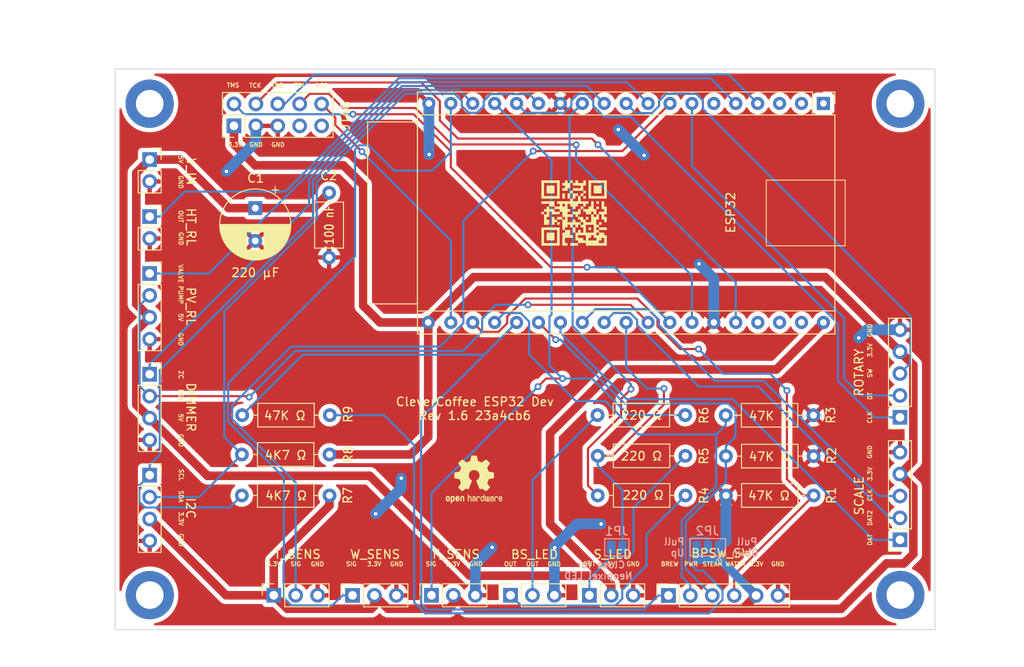
<source format=kicad_pcb>
(kicad_pcb (version 20221018) (generator pcbnew)
  (title_block (date "2023-12-26") (rev "1.6"))
  (layers (0 "F.Cu" signal) (31 "B.Cu" signal) (34 "B.Paste" user) (35 "F.Paste" user) (36 "B.SilkS" user "B.Silkscreen") (37 "F.SilkS" user "F.Silkscreen") (38 "B.Mask" user) (39 "F.Mask" user) (44 "Edge.Cuts" user))
  (net 0 "")
  (net 1 "IO16")
  (net 2 "+3V3")
  (net 3 "GND")
  (net 4 "TDO")
  (net 5 "IO2")
  (net 6 "IO34")
  (net 7 "ZC")
  (net 9 "IO19")
  (net 10 "RT_DT")
  (net 11 "VALVE")
  (net 12 "SDA")
  (net 13 "RT_SW")
  (net 14 "RT_CLK")
  (net 15 "SCL")
  (net 16 "IO36")
  (net 17 "RST")
  (net 18 "IO1")
  (net 19 "IO39")
  (net 20 "IO35")
  (net 21 "IO26")
  (net 22 "SC_DAT")
  (net 23 "TMS")
  (net 24 "TDI")
  (net 25 "TCK")
  (net 26 "+5V")
  (net 29 "IO23")
  (net 30 "SC_CLK")
  (net 31 "PUMP")
  (net 33 "SC_DAT2")
  (net 37 "Net-(JP1-A)")
  (net 40 "Net-(JP2-C)")
  (net 41 "Net-(BS_LED1-Pin_1)")
  (net 42 "Net-(BS_LED1-Pin_2)")
  (footprint "Connector_PinSocket_2.54mm:PinSocket_1x02_P2.54mm_Vertical" (layer "F.Cu") (at 103.8 92.09)
    (fp_text reference "HT_RL")
    (fp_text value "Conn_01x02")
  )
  (footprint "Connector_PinSocket_2.54mm:PinSocket_1x04_P2.54mm_Vertical" (layer "F.Cu") (at 103.8 98.69)
    (fp_text reference "PV_RL")
    (fp_text value "Conn_01x04")
  )
  (footprint "Capacitor_THT:C_Axial_L5.1mm_D3.1mm_P7.50mm_Horizontal" (layer "F.Cu") (at 124.59 89.33 -90)
    (fp_text reference "C2")
    (fp_text value "100 nF")
  )
  (footprint "MountingHole:MountingHole_3.2mm_M3_DIN965_Pad" (layer "F.Cu") (at 103.8 79)
    (fp_text reference "H1")
    (fp_text value "MountingHole_3.2mm_M3_DIN965_Pad")
  )
  (footprint "Resistor_THT:R_Axial_DIN0207_L6.3mm_D2.5mm_P10.16mm_Horizontal" (layer "F.Cu") (at 180.72 115.13 180)
    (fp_text reference "R3")
    (fp_text value "47K Ω")
  )
  (footprint "Connector_PinSocket_2.54mm:PinSocket_1x05_P2.54mm_Vertical" (layer "F.Cu") (at 190.75 129.575 180)
    (fp_text reference "SCALE")
    (fp_text value "Conn_01x05")
  )
  (footprint "MountingHole:MountingHole_3.2mm_M3_DIN965_Pad" (layer "F.Cu") (at 103.81 135.99)
    (fp_text reference "H4")
    (fp_text value "MountingHole_3.2mm_M3_DIN965_Pad")
  )
  (footprint "Resistor_THT:R_Axial_DIN0207_L6.3mm_D2.5mm_P10.16mm_Horizontal" (layer "F.Cu") (at 165.89 124.43 180)
    (fp_text reference "R4")
    (fp_text value "220 Ω")
  )
  (footprint "Resistor_THT:R_Axial_DIN0207_L6.3mm_D2.5mm_P10.16mm_Horizontal" (layer "F.Cu") (at 114.48 124.43)
    (fp_text reference "R7")
    (fp_text value "4K7 Ω")
  )
  (footprint "Resistor_THT:R_Axial_DIN0207_L6.3mm_D2.5mm_P10.16mm_Horizontal" (layer "F.Cu") (at 155.7 115.11)
    (fp_text reference "R6")
    (fp_text value "220 Ω")
  )
  (footprint "Connector_PinSocket_2.54mm:PinSocket_1x03_P2.54mm_Vertical" (layer "F.Cu") (at 118.18 136.01 90)
    (fp_text reference "T_SENS")
    (fp_text value "Conn_01x03")
  )
  (footprint "Connector_PinSocket_2.54mm:PinSocket_1x05_P2.54mm_Vertical" (layer "F.Cu") (at 190.75 115.375 180)
    (fp_text reference "ROTARY")
    (fp_text value "Conn_01x05")
  )
  (footprint "Connector_PinSocket_2.54mm:PinSocket_1x03_P2.54mm_Vertical" (layer "F.Cu") (at 136.46 136.01 90)
    (fp_text reference "F_SENS")
    (fp_text value "Conn_01x03")
  )
  (footprint "MountingHole:MountingHole_3.2mm_M3_DIN965_Pad" (layer "F.Cu") (at 190.79 135.98)
    (fp_text reference "H3")
    (fp_text value "MountingHole_3.2mm_M3_DIN965_Pad")
  )
  (footprint "Resistor_THT:R_Axial_DIN0207_L6.3mm_D2.5mm_P10.16mm_Horizontal" (layer "F.Cu") (at 165.88 119.84 180)
    (fp_text reference "R5")
    (fp_text value "220 Ω")
  )
  (footprint "Resistor_THT:R_Axial_DIN0207_L6.3mm_D2.5mm_P10.16mm_Horizontal" (layer "F.Cu") (at 124.68 115.12 180)
    (fp_text reference "R9")
    (fp_text value "47K Ω")
  )
  (footprint "Connector_PinSocket_2.54mm:PinSocket_1x03_P2.54mm_Vertical" (layer "F.Cu") (at 127.31 136.02 90)
    (fp_text reference "W_SENS")
    (fp_text value "Conn_01x03")
  )
  (footprint "Connector_PinSocket_2.54mm:PinSocket_1x02_P2.54mm_Vertical" (layer "F.Cu") (at 103.8 85.48)
    (fp_text reference "V_IN")
    (fp_text value "Conn_01x02")
  )
  (footprint "Connector_PinSocket_2.54mm:PinSocket_1x06_P2.54mm_Vertical" (layer "F.Cu") (at 163.92 136.03 90)
    (fp_text reference "BPSW_SW")
    (fp_text value "Conn_01x06")
  )
  (footprint "Connector_PinSocket_2.54mm:PinSocket_1x03_P2.54mm_Vertical" (layer "F.Cu") (at 154.755 136.015 90)
    (fp_text reference "S_LED")
    (fp_text value "Conn_01x03")
  )
  (footprint "Module:NodeMCU DevKitC v4" (layer "F.Cu") (at 181.88 78.9675 -90)
    (fp_text reference "ESP32")
    (fp_text value "NodeMCU_DevKitC_v4")
  )
  (footprint "MountingHole:MountingHole_3.2mm_M3_DIN965_Pad" (layer "F.Cu") (at 190.79 79)
    (fp_text reference "H2")
    (fp_text value "MountingHole_3.2mm_M3_DIN965_Pad")
  )
  (footprint "Resistor_THT:R_Axial_DIN0207_L6.3mm_D2.5mm_P10.16mm_Horizontal" (layer "F.Cu") (at 170.59 124.43)
    (fp_text reference "R1")
    (fp_text value "47K Ω")
  )
  (footprint "LOGO" (layer "F.Cu") (at 152.98 91.67)
    (fp_text reference "G***" hide)
    (fp_text value "LOGO" hide)
  )
  (footprint "Resistor_THT:R_Axial_DIN0207_L6.3mm_D2.5mm_P10.16mm_Horizontal" (layer "F.Cu") (at 180.74 119.87 180)
    (fp_text reference "R2")
    (fp_text value "47K Ω")
  )
  (footprint "Connector_PinSocket_2.54mm:PinSocket_1x03_P2.54mm_Vertical" (layer "F.Cu") (at 145.62 136.01 90)
    (fp_text reference "BS_LED")
    (fp_text value "Conn_01x02")
  )
  (footprint "Connector_PinSocket_2.54mm:PinSocket_1x04_P2.54mm_Vertical" (layer "F.Cu") (at 103.8 110.38)
    (fp_text reference "DIMMER")
    (fp_text value "Conn_01x04")
  )
  (footprint "Capacitor_THT:CP_Radial_D8.0mm_P3.80mm" (layer "F.Cu") (at 116.04 91.1073 -90)
    (fp_text reference "C1")
    (fp_text value "220 μF")
  )
  (footprint "Connector_PinHeader_2.54mm:PinHeader_2x05_P2.54mm_Vertical" (layer "F.Cu") (at 113.565 81.565 90)
    (fp_text reference "JTAG")
    (fp_text value "Conn_ARM_JTAG_SWD_10")
  )
  (footprint "Connector_PinSocket_2.54mm:PinSocket_1x04_P2.54mm_Vertical" (layer "F.Cu") (at 103.8 122.08)
    (fp_text reference "I2C")
    (fp_text value "Conn_01x04")
  )
  (footprint "Symbol:OSHW-Logo2_7.3x6mm_SilkScreen" (layer "F.Cu") (at 141.4 122.57)
    (fp_text reference "REF**" hide)
    (fp_text value "OSHW-Logo2_7.3x6mm_SilkScreen" hide)
  )
  (footprint "Resistor_THT:R_Axial_DIN0207_L6.3mm_D2.5mm_P10.16mm_Horizontal" (layer "F.Cu") (at 114.48 119.68)
    (fp_text reference "R8")
    (fp_text value "4K7 Ω")
  )
  (footprint "Jumper:SolderJumper-2_P1.3mm_Open_Pad1.0x1.5mm" (layer "B.Cu") (at 157.94 130.455)
    (fp_text reference "JP1")
    (fp_text value "SolderJumper_2_Open")
  )
  (footprint "Jumper:SolderJumper-3_P1.3mm_Open_Pad1.0x1.5mm" (layer "B.Cu") (at 168.49 130.44 180)
    (fp_text reference "JP2")
    (fp_text value "SolderJumper_3_Open")
  )
  (gr_rect (start 99.8 74.99) (end 194.8 140) (stroke (width 0.1)) (fill none) (layer "Edge.Cuts"))
  (gr_text "Pull \nDown" (at 171.14 131.56) (layer "B.SilkS") (effects (font (size 0.8 0.8)) (justify right bottom mirror)))
  (gr_text "Pull\nUp" (at 165.86 131.56) (layer "B.SilkS") (effects (font (size 0.8 0.8)) (justify left bottom mirror)))
  (gr_text "Close for \nNeopixel LED" (at 155.79 134.23) (layer "B.SilkS") (effects (font (size 0.8 0.8)) (justify bottom mirror)))
  (gr_text "RST" (at 123.69 76.91) (layer "F.SilkS") (effects (font (size 0.5 0.5) (thickness 0.1))))
  (gr_text "GND" (at 150.68 132.39) (layer "F.SilkS") (effects (font (size 0.5 0.5) (thickness 0.1))))
  (gr_text "PUMP" (at 107.4 101.17 270) (layer "F.SilkS") (effects (font (size 0.5 0.5) (thickness 0.1))))
  (gr_text "3.3V\n" (at 174.1 132.38) (layer "F.SilkS") (effects (font (size 0.5 0.5) (thickness 0.1))))
  (gr_text "3.3V" (at 187.275 121.95 90) (layer "F.SilkS") (effects (font (size 0.5 0.5) (thickness 0.1))))
  (gr_text "GND" (at 187.25 119.4 90) (layer "F.SilkS") (effects (font (size 0.5 0.5) (thickness 0.1))))
  (gr_text "GND" (at 187.275 105.3 90) (layer "F.SilkS") (effects (font (size 0.5 0.5) (thickness 0.1))))
  (gr_text "5V" (at 107.4 115.4 270) (layer "F.SilkS") (effects (font (size 0.5 0.5) (thickness 0.1))))
  (gr_text "SIG" (at 136.41 132.38) (layer "F.SilkS") (effects (font (size 0.5 0.5) (thickness 0.1))))
  (gr_text "3.3V\n" (at 118.17 132.38) (layer "F.SilkS") (effects (font (size 0.5 0.5) (thickness 0.1))))
  (gr_text "GND" (at 107.4 88.08 270) (layer "F.SilkS") (effects (font (size 0.5 0.5) (thickness 0.1))))
  (gr_text "ZC" (at 107.425 110.425 270) (layer "F.SilkS") (effects (font (size 0.5 0.5) (thickness 0.1))))
  (gr_text "CleverCoffee ESP32 Dev\nRev 1.6 23a4cb6\n" (at 141.48 114.37) (layer "F.SilkS") (effects (font (size 1 1))))
  (gr_text "OUT" (at 154.75 132.39) (layer "F.SilkS") (effects (font (size 0.5 0.5) (thickness 0.1))))
  (gr_text "3.3V\n" (at 187.275 107.595 90) (layer "F.SilkS") (effects (font (size 0.5 0.5) (thickness 0.1))))
  (gr_text "SW" (at 187.275 110.245 90) (layer "F.SilkS") (effects (font (size 0.5 0.5) (thickness 0.1))))
  (gr_text "CLK" (at 187.25 115.375 90) (layer "F.SilkS") (effects (font (size 0.5 0.5) (thickness 0.1))))
  (gr_text "DAT2" (at 187.275 127.05 90) (layer "F.SilkS") (effects (font (size 0.5 0.5) (thickness 0.1))))
  (gr_text "WATER" (at 171.68 132.39) (layer "F.SilkS") (effects (font (size 0.5 0.5) (thickness 0.1))))
  (gr_text "GND" (at 107.4 106.325 270) (layer "F.SilkS") (effects (font (size 0.5 0.5) (thickness 0.1))))
  (gr_text "3.3V\n" (at 129.83 132.38) (layer "F.SilkS") (effects (font (size 0.5 0.5) (thickness 0.1))))
  (gr_text "TCK" (at 116.04 76.89) (layer "F.SilkS") (effects (font (size 0.5 0.5) (thickness 0.1))))
  (gr_text "SIG" (at 120.72 132.38) (layer "F.SilkS") (effects (font (size 0.5 0.5) (thickness 0.1))))
  (gr_text "5V" (at 157.29 132.39) (layer "F.SilkS") (effects (font (size 0.5 0.5) (thickness 0.1))))
  (gr_text "SCL\n" (at 107.45 122.05 -90) (layer "F.SilkS") (effects (font (size 0.5 0.5) (thickness 0.1))))
  (gr_text "DT" (at 187.275 112.9 90) (layer "F.SilkS") (effects (font (size 0.5 0.5) (thickness 0.1))))
  (gr_text "GND" (at 159.82 132.38) (layer "F.SilkS") (effects (font (size 0.5 0.5) (thickness 0.1))))
  (gr_text "GND" (at 107.435 129.6 -90) (layer "F.SilkS") (effects (font (size 0.5 0.5) (thickness 0.1))))
  (gr_text "CLK" (at 187.275 124.4 90) (layer "F.SilkS") (effects (font (size 0.5 0.5) (thickness 0.1))))
  (gr_text "BREW" (at 164.07 132.38) (layer "F.SilkS") (effects (font (size 0.5 0.5) (thickness 0.1))))
  (gr_text "GND" (at 132.425 132.38) (layer "F.SilkS") (effects (font (size 0.5 0.5) (thickness 0.1))))
  (gr_text "STEAM" (at 169.035 132.395) (layer "F.SilkS") (effects (font (size 0.5 0.5) (thickness 0.1))))
  (gr_text "3.3V" (at 107.435 127.125 270) (layer "F.SilkS") (effects (font (size 0.5 0.5) (thickness 0.1))))
  (gr_text "GND" (at 176.6 132.38) (layer "F.SilkS") (effects (font (size 0.5 0.5) (thickness 0.1))))
  (gr_text "TDI" (at 121.13 76.89) (layer "F.SilkS") (effects (font (size 0.5 0.5) (thickness 0.1))))
  (gr_text "SDA" (at 107.425 124.55 -90) (layer "F.SilkS") (effects (font (size 0.5 0.5) (thickness 0.1))))
  (gr_text "VALVE" (at 107.4 98.725 270) (layer "F.SilkS") (effects (font (size 0.5 0.5) (thickness 0.1))))
  (gr_text "OUT" (at 107.4 92.08 270) (layer "F.SilkS") (effects (font (size 0.5 0.5) (thickness 0.1))))
  (gr_text "GND" (at 107.425 118.05 270) (layer "F.SilkS") (effects (font (size 0.5 0.5) (thickness 0.1))))
  (gr_text "PWR" (at 166.535 132.385) (layer "F.SilkS") (effects (font (size 0.5 0.5) (thickness 0.1))))
  (gr_text "DAT" (at 187.275 129.575 90) (layer "F.SilkS") (effects (font (size 0.5 0.5) (thickness 0.1))))
  (gr_text "GND" (at 141.62 132.36) (layer "F.SilkS") (effects (font (size 0.5 0.5) (thickness 0.1))))
  (gr_text "GND" (at 123.24 132.39) (layer "F.SilkS") (effects (font (size 0.5 0.5) (thickness 0.1))))
  (gr_text "GND" (at 107.425 94.65 270) (layer "F.SilkS") (effects (font (size 0.5 0.5) (thickness 0.1))))
  (gr_text "PSM" (at 107.4 112.875 270) (layer "F.SilkS") (effects (font (size 0.5 0.5) (thickness 0.1))))
  (gr_text "TDO" (at 118.62 76.89) (layer "F.SilkS") (effects (font (size 0.5 0.5) (thickness 0.1))))
  (gr_text "TMS" (at 113.46 76.86) (layer "F.SilkS") (effects (font (size 0.5 0.5) (thickness 0.1))))
  (gr_text "3.3V\n" (at 138.96 132.39) (layer "F.SilkS") (effects (font (size 0.5 0.5) (thickness 0.1))))
  (gr_text "SIG" (at 127.17 132.38) (layer "F.SilkS") (effects (font (size 0.5 0.5) (thickness 0.1))))
  (gr_text "5V" (at 107.4 103.775 270) (layer "F.SilkS") (effects (font (size 0.5 0.5) (thickness 0.1))))
  (gr_text "GND" (at 118.67 83.75) (layer "F.SilkS") (effects (font (size 0.5 0.5) (thickness 0.1))))
  (gr_text "OUT" (at 145.6 132.38) (layer "F.SilkS") (effects (font (size 0.5 0.5) (thickness 0.1))))
  (gr_text "3.3V\n" (at 113.69 83.75) (layer "F.SilkS") (effects (font (size 0.5 0.5) (thickness 0.1))))
  (gr_text "GND" (at 116.13 83.75) (layer "F.SilkS") (effects (font (size 0.5 0.5) (thickness 0.1))))
  (gr_text "5V" (at 107.4 85.46 270) (layer "F.SilkS") (effects (font (size 0.5 0.5) (thickness 0.1))))
  (gr_text "OUT" (at 148.15 132.38) (layer "F.SilkS") (effects (font (size 0.5 0.5) (thickness 0.1))))
  (segment (start 164.1 78.9675) (end 158.5752 84.4923) (width 0.25) (layer "F.Cu") (net 1))
  (segment (start 158.5752 84.4923) (end 148.2447 84.4923) (width 0.25) (layer "F.Cu") (net 1))
  (via (at 148.2447 84.4923) (size 0.8) (drill 0.4) (layers "F.Cu" "B.Cu") (net 1))
  (segment (start 120.72 122.9337) (end 120.72 136.01) (width 0.25) (layer "B.Cu") (net 1))
  (segment (start 140.1486 104.4584) (end 137.453 107.154) (width 0.25) (layer "B.Cu") (net 1))
  (segment (start 148.2447 84.4923) (end 140.1486 92.5884) (width 0.25) (layer "B.Cu") (net 1))
  (segment (start 113.3581 113.9766) (end 113.3581 115.5718) (width 0.25) (layer "B.Cu") (net 1))
  (segment (start 120.1807 107.154) (end 113.3581 113.9766) (width 0.25) (layer "B.Cu") (net 1))
  (segment (start 140.1486 92.5884) (end 140.1486 104.4584) (width 0.25) (layer "B.Cu") (net 1))
  (segment (start 113.3581 115.5718) (end 120.72 122.9337) (width 0.25) (layer "B.Cu") (net 1))
  (segment (start 137.453 107.154) (end 120.1807 107.154) (width 0.25) (layer "B.Cu") (net 1))
  (segment (start 189.19 132.32) (end 183.93 137.58) (width 1) (layer "F.Cu") (net 2))
  (segment (start 139.608 100.84) (end 139.61 100.84) (width 1) (layer "F.Cu") (net 2))
  (segment (start 183.93 137.58) (end 172.53 137.58) (width 1) (layer "F.Cu") (net 2))
  (segment (start 136.48 103.968) (end 136.4795 103.968) (width 1) (layer "F.Cu") (net 2))
  (segment (start 112.65 136.01) (end 103.8 127.16) (width 1) (layer "F.Cu") (net 2))
  (segment (start 116.025 86.15) (end 113.565 83.69) (width 1) (layer "F.Cu") (net 2))
  (segment (start 130.498392 104.368) (end 128.555 102.424608) (width 1) (layer "F.Cu") (net 2))
  (segment (start 192.3 123.505) (end 192.3 131.22) (width 1) (layer "F.Cu") (net 2))
  (segment (start 136.48 103.968) (end 136.08 104.368) (width 1) (layer "F.Cu") (net 2))
  (segment (start 113.565 83.69) (end 113.565 81.565) (width 1) (layer "F.Cu") (net 2))
  (segment (start 172.53 137.58) (end 174.08 136.03) (width 1) (layer "F.Cu") (net 2))
  (segment (start 129.85 137.222) (end 129.85 136.02) (width 1) (layer "F.Cu") (net 2))
  (segment (start 129.85 136.02) (end 131.4 137.57) (width 1) (layer "F.Cu") (net 2))
  (segment (start 136.08 104.368) (end 130.498392 104.368) (width 1) (layer "F.Cu") (net 2))
  (segment (start 139 136.01) (end 140.57 137.58) (width 1) (layer "F.Cu") (net 2))
  (segment (start 118.18 136.01) (end 119.74 137.57) (width 1) (layer "F.Cu") (net 2))
  (segment (start 192.3 109.305) (end 192.3 120.405) (width 1) (layer "F.Cu") (net 2))
  (segment (start 190.75 121.955) (end 192.3 123.505) (width 1) (layer "F.Cu") (net 2))
  (segment (start 192.3 131.22) (end 191.2 132.32) (width 1) (layer "F.Cu") (net 2))
  (segment (start 192.3 120.405) (end 190.75 121.955) (width 1) (layer "F.Cu") (net 2))
  (segment (start 139 137.02) (end 139 136.01) (width 1) (layer "F.Cu") (net 2))
  (segment (start 139.61 100.84) (end 141.34 99.11) (width 1) (layer "F.Cu") (net 2))
  (segment (start 128.555 102.424608) (end 128.555 88.45) (width 1) (layer "F.Cu") (net 2))
  (segment (start 182.105 99.11) (end 190.75 107.755) (width 1) (layer "F.Cu") (net 2))
  (segment (start 138.45 137.57) (end 139 137.02) (width 1) (layer "F.Cu") (net 2))
  (segment (start 126.255 86.15) (end 116.025 86.15) (width 1) (layer "F.Cu") (net 2))
  (segment (start 136.08 104.368) (end 136.48 103.968) (width 1) (layer "F.Cu") (net 2))
  (segment (start 124.64 125.6) (end 118.18 132.06) (width 1) (layer "F.Cu") (net 2))
  (segment (start 118.18 136.01) (end 112.65 136.01) (width 1) (layer "F.Cu") (net 2))
  (segment (start 119.74 137.57) (end 129.502 137.57) (width 1) (layer "F.Cu") (net 2))
  (segment (start 136.88 103.568) (end 136.48 103.968) (width 1) (layer "F.Cu") (net 2))
  (segment (start 124.64 124.43) (end 124.64 125.6) (width 1) (layer "F.Cu") (net 2))
  (segment (start 118.18 132.06) (end 118.18 136.01) (width 1) (layer "F.Cu") (net 2))
  (segment (start 136.4795 103.968) (end 136.08 104.3675) (width 1) (layer "F.Cu") (net 2))
  (segment (start 128.555 88.45) (end 126.255 86.15) (width 1) (layer "F.Cu") (net 2))
  (segment (start 131.4 137.57) (end 138.45 137.57) (width 1) (layer "F.Cu") (net 2))
  (segment (start 191.2 132.32) (end 189.19 132.32) (width 1) (layer "F.Cu") (net 2))
  (segment (start 141.34 99.11) (end 182.105 99.11) (width 1) (layer "F.Cu") (net 2))
  (segment (start 190.75 107.755) (end 192.3 109.305) (width 1) (layer "F.Cu") (net 2))
  (segment (start 136.08 104.368) (end 136.08 117.65) (width 1) (layer "F.Cu") (net 2))
  (segment (start 140.57 137.58) (end 172.53 137.58) (width 1) (layer "F.Cu") (net 2))
  (segment (start 134.05 119.68) (end 124.64 119.68) (width 1) (layer "F.Cu") (net 2))
  (segment (start 136.08 117.65) (end 134.05 119.68) (width 1) (layer "F.Cu") (net 2))
  (segment (start 136.48 103.968) (end 139.608 100.84) (width 1) (layer "F.Cu") (net 2))
  (segment (start 129.502 137.57) (end 129.85 137.222) (width 1) (layer "F.Cu") (net 2))
  (segment (start 169.9403 131.8903) (end 174.08 136.03) (width 1) (layer "B.Cu") (net 2))
  (segment (start 167.19 131.8903) (end 169.9403 131.8903) (width 1) (layer "B.Cu") (net 2))
  (segment (start 167.19 130.44) (end 167.19 131.8903) (width 1) (layer "B.Cu") (net 2))
  (via (at 112.7 86.85) (size 0.8) (drill 0.4) (layers "F.Cu" "B.Cu") (net 3))
  (via (at 136.19 84.89) (size 0.8) (drill 0.4) (layers "F.Cu" "B.Cu") (net 3))
  (via (at 132.95 122.43) (size 0.8) (drill 0.4) (layers "F.Cu" "B.Cu") (net 3))
  (via (at 161.11 84.99) (size 0.8) (drill 0.4) (layers "F.Cu" "B.Cu") (net 3))
  (via (at 143.49 130.45) (size 0.8) (drill 0.4) (layers "F.Cu" "B.Cu") (net 3))
  (via (at 167.46 97.57) (size 0.8) (drill 0.4) (layers "F.Cu" "B.Cu") (net 3))
  (via (at 156.11 127.74) (size 0.8) (drill 0.4) (layers "F.Cu" "B.Cu") (net 3))
  (via (at 158.11 81.99) (size 0.8) (drill 0.4) (layers "F.Cu" "B.Cu") (net 3))
  (via (at 150.74 130.49) (size 0.8) (drill 0.4) (layers "F.Cu" "B.Cu") (net 3))
  (via (at 129.98 126.56) (size 0.8) (drill 0.4) (layers "F.Cu" "B.Cu") (net 3))
  (via (at 185.97 106.17) (size 0.8) (drill 0.4) (layers "F.Cu" "B.Cu") (net 3))
  (segment (start 132.95 122.43) (end 132.95 123.59) (width 1.25) (layer "B.Cu") (net 3))
  (segment (start 136.16 84.86) (end 136.19 84.89) (width 1.25) (layer "B.Cu") (net 3))
  (segment (start 116.105 83.445) (end 112.7 86.85) (width 1.25) (layer "B.Cu") (net 3))
  (segment (start 150.74 130.49) (end 150.7 130.45) (width 1.25) (layer "B.Cu") (net 3))
  (segment (start 190.75 105.215) (end 186.925 105.215) (width 1.25) (layer "B.Cu") (net 3))
  (segment (start 150.7 130.45) (end 150.7 130.36) (width 1.25) (layer "B.Cu") (net 3))
  (segment (start 158.11 81.99) (end 161.11 84.99) (width 1.25) (layer "B.Cu") (net 3))
  (segment (start 169.18 99.29) (end 169.18 104.3675) (width 1.25) (layer "B.Cu") (net 3))
  (segment (start 170.59 129.64) (end 170.1572 130.0728) (width 1.25) (layer "B.Cu") (net 3))
  (segment (start 170.59 124.43) (end 170.59 129.64) (width 1.25) (layer "B.Cu") (net 3))
  (segment (start 141.54 136.01) (end 141.54 132.4) (width 1.25) (layer "B.Cu") (net 3))
  (segment (start 116.105 81.565) (end 116.105 83.445) (width 1.25) (layer "B.Cu") (net 3))
  (segment (start 150.7 130.36) (end 153.32 127.74) (width 1.25) (layer "B.Cu") (net 3))
  (segment (start 136.16 78.9675) (end 136.16 84.86) (width 1.25) (layer "B.Cu") (net 3))
  (segment (start 186.925 105.215) (end 185.97 106.17) (width 1.25) (layer "B.Cu") (net 3))
  (segment (start 150.7 130.53) (end 150.74 130.49) (width 1.25) (layer "B.Cu") (net 3))
  (segment (start 170.1572 130.0728) (end 169.79 130.44) (width 0.9998) (layer "B.Cu") (net 3))
  (segment (start 150.7 136.01) (end 150.7 130.53) (width 1.25) (layer "B.Cu") (net 3))
  (segment (start 132.95 123.59) (end 129.98 126.56) (width 1.25) (layer "B.Cu") (net 3))
  (segment (start 153.32 127.74) (end 156.11 127.74) (width 1.25) (layer "B.Cu") (net 3))
  (segment (start 167.46 97.57) (end 169.18 99.29) (width 1.25) (layer "B.Cu") (net 3))
  (segment (start 141.54 132.4) (end 143.49 130.45) (width 1.25) (layer "B.Cu") (net 3))
  (segment (start 118.645 79.025) (end 119.453 79.025) (width 0.25) (layer "B.Cu") (net 4))
  (segment (start 119.453 79.025) (end 122.8826 75.5954) (width 0.25) (layer "B.Cu") (net 4))
  (segment (start 122.8826 75.5954) (end 170.8879 75.5954) (width 0.25) (layer "B.Cu") (net 4))
  (segment (start 170.8879 75.5954) (end 174.26 78.9675) (width 0.25) (layer "B.Cu") (net 4))
  (segment (start 119.5169 89.1954) (end 107.8699 89.1954) (width 0.25) (layer "B.Cu") (net 5))
  (segment (start 103.8 92.09) (end 104.9753 92.09) (width 0.25) (layer "B.Cu") (net 5))
  (segment (start 132.6666 76.0457) (end 119.5169 89.1954) (width 0.25) (layer "B.Cu") (net 5))
  (segment (start 171.72 78.9675) (end 168.7982 76.0457) (width 0.25) (layer "B.Cu") (net 5))
  (segment (start 107.8699 89.1954) (end 104.9753 92.09) (width 0.25) (layer "B.Cu") (net 5))
  (segment (start 168.7982 76.0457) (end 132.6666 76.0457) (width 0.25) (layer "B.Cu") (net 5))
  (segment (start 135.9096 137.6557) (end 135.2608 137.0069) (width 0.25) (layer "B.Cu") (net 6))
  (segment (start 135.2608 115.4267) (end 143.13375 107.55375) (width 0.25) (layer "B.Cu") (net 6))
  (segment (start 143.13375 107.55375) (end 142.5751 108.1124) (width 0.25) (layer "B.Cu") (net 6))
  (segment (start 146.32 104.3675) (end 146.0224 104.3675) (width 0.25) (layer "B.Cu") (net 6))
  (segment (start 142.5751 108.1124) (end 121.5276 108.1124) (width 0.25) (layer "B.Cu") (net 6))
  (segment (start 162.7447 136.03) (end 161.119 137.6557) (width 0.25) (layer "B.Cu") (net 6))
  (segment (start 146.32 104.3675) (end 143.13375 107.55375) (width 0.25) (layer "B.Cu") (net 6))
  (segment (start 163.92 136.03) (end 162.7447 136.03) (width 0.25) (layer "B.Cu") (net 6))
  (segment (start 121.5276 108.1124) (end 114.52 115.12) (width 0.25) (layer "B.Cu") (net 6))
  (segment (start 135.2608 137.0069) (end 135.2608 115.4267) (width 0.25) (layer "B.Cu") (net 6))
  (segment (start 161.119 137.6557) (end 135.9096 137.6557) (width 0.25) (layer "B.Cu") (net 6))
  (segment (start 154.4588 76.9463) (end 133.0431 76.9463) (width 0.25) (layer "B.Cu") (net 7))
  (segment (start 133.0431 76.9463) (end 122.2705 87.7189) (width 0.25) (layer "B.Cu") (net 7))
  (segment (start 122.2705 87.7189) (end 122.2705 90.7342) (width 0.25) (layer "B.Cu") (net 7))
  (segment (start 156.48 78.9675) (end 154.4588 76.9463) (width 0.25) (layer "B.Cu") (net 7))
  (segment (start 103.8 110.38) (end 103.8 109.2047) (width 0.25) (layer "B.Cu") (net 7))
  (segment (start 122.2705 90.7342) (end 103.8 109.2047) (width 0.25) (layer "B.Cu") (net 7))
  (segment (start 154.595 123.295) (end 154.595 118.985) (width 0.25) (layer "F.Cu") (net 9))
  (segment (start 155.73 124.43) (end 154.595 123.295) (width 0.25) (layer "F.Cu") (net 9))
  (segment (start 158.43 115.15) (end 158.43 113.24) (width 0.25) (layer "F.Cu") (net 9))
  (segment (start 154.595 118.985) (end 158.43 115.15) (width 0.25) (layer "F.Cu") (net 9))
  (segment (start 159.57 112.1) (end 159.58 112.1) (width 0.25) (layer "F.Cu") (net 9))
  (segment (start 158.43 113.24) (end 159.57 112.1) (width 0.25) (layer "F.Cu") (net 9))
  (segment (start 159.58 112.1) (end 159.58 112.09) (width 0.25) (layer "F.Cu") (net 9))
  (segment (start 159.58 112.09) (end 159.52 112.15) (width 0.25) (layer "F.Cu") (net 9))
  (via (at 159.58 112.1) (size 0.8) (drill 0.4) (layers "F.Cu" "B.Cu") (net 9))
  (segment (start 152.8155 89.6214) (end 152.8155 104.7822) (width 0.25) (layer "B.Cu") (net 9))
  (segment (start 152.4694 89.2753) (end 152.8155 89.6214) (width 0.25) (layer "B.Cu") (net 9))
  (segment (start 152.8155 104.7822) (end 159.58 111.5467) (width 0.25) (layer "B.Cu") (net 9))
  (segment (start 152.4694 80.4381) (end 152.4694 89.2753) (width 0.25) (layer "B.Cu") (net 9))
  (segment (start 159.58 111.5467) (end 159.58 112.1) (width 0.25) (layer "B.Cu") (net 9))
  (segment (start 153.94 78.9675) (end 152.4694 80.4381) (width 0.25) (layer "B.Cu") (net 9))
  (segment (start 184.28 110.86) (end 184.28 103.87) (width 0.25) (layer "B.Cu") (net 10))
  (segment (start 184.28 103.87) (end 166.64 86.23) (width 0.25) (layer "B.Cu") (net 10))
  (segment (start 166.64 86.23) (end 166.64 78.9675) (width 0.25) (layer "B.Cu") (net 10))
  (segment (start 190.75 112.835) (end 186.255 112.835) (width 0.25) (layer "B.Cu") (net 10))
  (segment (start 186.255 112.835) (end 184.28 110.86) (width 0.25) (layer "B.Cu") (net 10))
  (segment (start 159.0885 76.496) (end 132.8565 76.496) (width 0.25) (layer "B.Cu") (net 11))
  (segment (start 161.56 78.9675) (end 159.0885 76.496) (width 0.25) (layer "B.Cu") (net 11))
  (segment (start 132.8565 76.496) (end 110.6625 98.69) (width 0.25) (layer "B.Cu") (net 11))
  (segment (start 110.6625 98.69) (end 103.8 98.69) (width 0.25) (layer "B.Cu") (net 11))
  (segment (start 109.54 124.62) (end 114.48 119.68) (width 0.25) (layer "B.Cu") (net 12))
  (segment (start 112.4462 117.6462) (end 114.48 119.68) (width 0.25) (layer "B.Cu") (net 12))
  (segment (start 139.1431 77.8469) (end 133.4163 77.8469) (width 0.25) (layer "B.Cu") (net 12))
  (segment (start 112.4462 103.065) (end 112.4462 117.6462) (width 0.25) (layer "B.Cu") (net 12))
  (segment (start 103.8 124.62) (end 109.54 124.62) (width 0.25) (layer "B.Cu") (net 12))
  (segment (start 140.7805 80.0549) (end 139.97 79.2444) (width 0.25) (layer "B.Cu") (net 12))
  (segment (start 147.7726 77.8801) (end 143.3205 77.8801) (width 0.25) (layer "B.Cu") (net 12))
  (segment (start 143.3205 77.8801) (end 142.51 78.6906) (width 0.25) (layer "B.Cu") (net 12))
  (segment (start 133.4163 77.8469) (end 123.1711 88.0921) (width 0.25) (layer "B.Cu") (net 12))
  (segment (start 123.1711 92.3401) (end 112.4462 103.065) (width 0.25) (layer "B.Cu") (net 12))
  (segment (start 139.97 78.6738) (end 139.1431 77.8469) (width 0.25) (layer "B.Cu") (net 12))
  (segment (start 142.51 78.6906) (end 142.51 79.2876) (width 0.25) (layer "B.Cu") (net 12))
  (segment (start 123.1711 88.0921) (end 123.1711 92.3401) (width 0.25) (layer "B.Cu") (net 12))
  (segment (start 142.51 79.2876) (end 141.7427 80.0549) (width 0.25) (layer "B.Cu") (net 12))
  (segment (start 141.7427 80.0549) (end 140.7805 80.0549) (width 0.25) (layer "B.Cu") (net 12))
  (segment (start 139.97 79.2444) (end 139.97 78.6738) (width 0.25) (layer "B.Cu") (net 12))
  (segment (start 148.86 78.9675) (end 147.7726 77.8801) (width 0.25) (layer "B.Cu") (net 12))
  (segment (start 162.83 79.2592) (end 162.0039 80.0853) (width 0.25) (layer "B.Cu") (net 13))
  (segment (start 191.9681 109.0769) (end 191.9681 103.6587) (width 0.25) (layer "B.Cu") (net 13))
  (segment (start 167.133 77.8558) (end 163.6651 77.8558) (width 0.25) (layer "B.Cu") (net 13))
  (segment (start 162.83 78.6909) (end 162.83 79.2592) (width 0.25) (layer "B.Cu") (net 13))
  (segment (start 163.6651 77.8558) (end 162.83 78.6909) (width 0.25) (layer "B.Cu") (net 13))
  (segment (start 162.0039 80.0853) (end 160.1378 80.0853) (width 0.25) (layer "B.Cu") (net 13))
  (segment (start 190.75 110.295) (end 191.9681 109.0769) (width 0.25) (layer "B.Cu") (net 13))
  (segment (start 160.1378 80.0853) (end 159.02 78.9675) (width 0.25) (layer "B.Cu") (net 13))
  (segment (start 167.91 78.6328) (end 167.133 77.8558) (width 0.25) (layer "B.Cu") (net 13))
  (segment (start 191.9681 103.6587) (end 167.91 79.6006) (width 0.25) (layer "B.Cu") (net 13))
  (segment (start 167.91 79.6006) (end 167.91 78.6328) (width 0.25) (layer "B.Cu") (net 13))
  (segment (start 156.4949 80.5356) (end 155.21 79.2507) (width 0.25) (layer "B.Cu") (net 14))
  (segment (start 155.21 78.6675) (end 154.4077 77.8652) (width 0.25) (layer "B.Cu") (net 14))
  (segment (start 187.775 115.375) (end 183.56 111.16) (width 0.25) (layer "B.Cu") (net 14))
  (segment (start 155.21 79.2507) (end 155.21 78.6675) (width 0.25) (layer "B.Cu") (net 14))
  (segment (start 154.4077 77.8652) (end 153.4528 77.8652) (width 0.25) (layer "B.Cu") (net 14))
  (segment (start 151.8595 80.0549) (end 147.4074 80.0549) (width 0.25) (layer "B.Cu") (net 14))
  (segment (start 190.75 115.375) (end 187.775 115.375) (width 0.25) (layer "B.Cu") (net 14))
  (segment (start 152.67 79.2444) (end 151.8595 80.0549) (width 0.25) (layer "B.Cu") (net 14))
  (segment (start 153.4528 77.8652) (end 152.67 78.648) (width 0.25) (layer "B.Cu") (net 14))
  (segment (start 152.67 78.648) (end 152.67 79.2444) (width 0.25) (layer "B.Cu") (net 14))
  (segment (start 147.4074 80.0549) (end 146.32 78.9675) (width 0.25) (layer "B.Cu") (net 14))
  (segment (start 183.56 104.5029) (end 159.5927 80.5356) (width 0.25) (layer "B.Cu") (net 14))
  (segment (start 183.56 111.16) (end 183.56 104.5029) (width 0.25) (layer "B.Cu") (net 14))
  (segment (start 159.5927 80.5356) (end 156.4949 80.5356) (width 0.25) (layer "B.Cu") (net 14))
  (segment (start 133.2297 77.3966) (end 122.7208 87.9055) (width 0.25) (layer "B.Cu") (net 15))
  (segment (start 139.6691 77.3966) (end 133.2297 77.3966) (width 0.25) (layer "B.Cu") (net 15))
  (segment (start 141.24 78.9675) (end 139.6691 77.3966) (width 0.25) (layer "B.Cu") (net 15))
  (segment (start 104.9753 119.7294) (end 103.8 120.9047) (width 0.25) (layer "B.Cu") (net 15))
  (segment (start 122.7208 87.9055) (end 122.7208 92.1535) (width 0.25) (layer "B.Cu") (net 15))
  (segment (start 103.8 122.08) (end 102.5983 123.2817) (width 0.25) (layer "B.Cu") (net 15))
  (segment (start 104.9753 109.899) (end 104.9753 119.7294) (width 0.25) (layer "B.Cu") (net 15))
  (segment (start 102.5983 125.1618) (end 103.2668 125.8303) (width 0.25) (layer "B.Cu") (net 15))
  (segment (start 102.5983 123.2817) (end 102.5983 125.1618) (width 0.25) (layer "B.Cu") (net 15))
  (segment (start 103.2668 125.8303) (end 113.0797 125.8303) (width 0.25) (layer "B.Cu") (net 15))
  (segment (start 122.7208 92.1535) (end 104.9753 109.899) (width 0.25) (layer "B.Cu") (net 15))
  (segment (start 103.8 122.08) (end 103.8 120.9047) (width 0.25) (layer "B.Cu") (net 15))
  (segment (start 113.0797 125.8303) (end 114.48 124.43) (width 0.25) (layer "B.Cu") (net 15))
  (segment (start 147.33 101.595) (end 160.324751 101.595) (width 0.25) (layer "F.Cu") (net 16))
  (segment (start 171.54 133.64) (end 171.54 134.72) (width 0.25) (layer "F.Cu") (net 16))
  (segment (start 145.233 103.692) (end 147.33 101.595) (width 0.25) (layer "F.Cu") (net 16))
  (segment (start 145.233 104.451751) (end 145.233 103.692) (width 0.25) (layer "F.Cu") (net 16))
  (segment (start 177.65 122.54) (end 177.65 112.27) (width 0.25) (layer "F.Cu") (net 16))
  (segment (start 165.279249 107.45) (end 167.4 107.45) (width 0.25) (layer "F.Cu") (net 16))
  (segment (start 162.647 103.917249) (end 162.647 104.817751) (width 0.25) (layer "F.Cu") (net 16))
  (segment (start 180.75 124.43) (end 179.54 124.43) (width 0.25) (layer "F.Cu") (net 16))
  (segment (start 179.54 124.43) (end 177.65 122.54) (width 0.25) (layer "F.Cu") (net 16))
  (segment (start 162.647 104.817751) (end 165.279249 107.45) (width 0.25) (layer "F.Cu") (net 16))
  (segment (start 144.230251 105.4545) (end 145.233 104.451751) (width 0.25) (layer "F.Cu") (net 16))
  (segment (start 180.75 124.43) (end 171.54 133.64) (width 0.25) (layer "F.Cu") (net 16))
  (segment (start 171.54 134.72) (end 171.54 136.03) (width 0.25) (layer "F.Cu") (net 16))
  (segment (start 142.327 105.4545) (end 144.230251 105.4545) (width 0.25) (layer "F.Cu") (net 16))
  (segment (start 167.4 107.45) (end 167.36 107.41) (width 0.25) (layer "F.Cu") (net 16))
  (segment (start 160.324751 101.595) (end 162.647 103.917249) (width 0.25) (layer "F.Cu") (net 16))
  (segment (start 141.24 104.3675) (end 142.327 105.4545) (width 0.25) (layer "F.Cu") (net 16))
  (via (at 167.4 107.45) (size 0.8) (drill 0.4) (layers "F.Cu" "B.Cu") (net 16))
  (via (at 177.65 112.27) (size 0.8) (drill 0.4) (layers "F.Cu" "B.Cu") (net 16))
  (segment (start 170.26 110.31) (end 175.69 110.31) (width 0.25) (layer "B.Cu") (net 16))
  (segment (start 175.69 110.31) (end 177.65 112.27) (width 0.25) (layer "B.Cu") (net 16))
  (segment (start 167.4 107.45) (end 170.26 110.31) (width 0.25) (layer "B.Cu") (net 16))
  (segment (start 123.725 79.025) (end 125.3123 80.6123) (width 0.25) (layer "F.Cu") (net 17))
  (segment (start 125.3123 80.6123) (end 125.3123 81.4677) (width 0.25) (layer "F.Cu") (net 17))
  (segment (start 125.3123 81.4677) (end 128.4009 84.5563) (width 0.25) (layer "F.Cu") (net 17))
  (via (at 128.4009 84.5563) (size 0.8) (drill 0.4) (layers "F.Cu" "B.Cu") (net 17))
  (segment (start 138.7 94.8554) (end 128.4009 84.5563) (width 0.25) (layer "B.Cu") (net 17))
  (segment (start 138.7 104.3675) (end 138.7 94.8554) (width 0.25) (layer "B.Cu") (net 17))
  (segment (start 149.7385 110.876) (end 151.6447 110.876) (width 0.25) (layer "F.Cu") (net 18))
  (segment (start 148.79725 111.81725) (end 149.7385 110.876) (width 0.25) (layer "F.Cu") (net 18))
  (via (at 151.6447 110.876) (size 0.8) (drill 0.4) (layers "F.Cu" "B.Cu") (net 18))
  (via (at 148.79725 111.81725) (size 0.8) (drill 0.4) (layers "F.Cu" "B.Cu") (net 18))
  (segment (start 159.2924 115.11) (end 165.86 115.11) (width 0.25) (layer "B.Cu") (net 18))
  (segment (start 155.0584 110.876) (end 151.6447 110.876) (width 0.25) (layer "B.Cu") (net 18))
  (segment (start 159.2924 115.11) (end 155.0584 110.876) (width 0.25) (layer "B.Cu") (net 18))
  (segment (start 150.1263 109.3576) (end 151.6447 110.876) (width 0.25) (layer "B.Cu") (net 18))
  (segment (start 136.46 124.1545) (end 136.46 136.01) (width 0.25) (layer "B.Cu") (net 18))
  (segment (start 148.79725 111.81725) (end 136.46 124.1545) (width 0.25) (layer "B.Cu") (net 18))
  (segment (start 150.3714 85.5589) (end 150.3714 103.4456) (width 0.25) (layer "B.Cu") (net 18))
  (segment (start 150.1263 103.6907) (end 150.1263 109.3576) (width 0.25) (layer "B.Cu") (net 18))
  (segment (start 150.3714 103.4456) (end 150.1263 103.6907) (width 0.25) (layer "B.Cu") (net 18))
  (segment (start 143.78 78.9675) (end 150.3714 85.5589) (width 0.25) (layer "B.Cu") (net 18))
  (segment (start 144.0777 104.3675) (end 143.78 104.3675) (width 0.25) (layer "F.Cu") (net 19))
  (segment (start 160.4558 117.3603) (end 156.5816 113.4861) (width 0.25) (layer "B.Cu") (net 19))
  (segment (start 165.464 133.8587) (end 166.46 134.8547) (width 0.25) (layer "B.Cu") (net 19))
  (segment (start 169.455 117.3603) (end 160.4558 117.3603) (width 0.25) (layer "B.Cu") (net 19))
  (segment (start 147.773 108.0628) (end 147.773 104.263) (width 0.25) (layer "B.Cu") (net 19))
  (segment (start 156.5816 113.4861) (end 153.1963 113.4861) (width 0.25) (layer "B.Cu") (net 19))
  (segment (start 170.56 115.13) (end 170.56 116.2553) (width 0.25) (layer "B.Cu") (net 19))
  (segment (start 153.1963 113.4861) (end 147.773 108.0628) (width 0.25) (layer "B.Cu") (net 19))
  (segment (start 147.773 104.263) (end 146.7905 103.2805) (width 0.25) (layer "B.Cu") (net 19))
  (segment (start 165.464 127.3276) (end 165.464 133.8587) (width 0.25) (layer "B.Cu") (net 19))
  (segment (start 166.46 136.03) (end 166.46 134.8547) (width 0.25) (layer "B.Cu") (net 19))
  (segment (start 167.060904 125.7312) (end 169.455 123.337104) (width 0.25) (layer "B.Cu") (net 19))
  (segment (start 146.7905 103.2805) (end 144.867 103.2805) (width 0.25) (layer "B.Cu") (net 19))
  (segment (start 169.455 117.3603) (end 170.11765 116.69765) (width 0.25) (layer "B.Cu") (net 19))
  (segment (start 170.11765 116.69765) (end 170.56 116.2553) (width 0.25) (layer "B.Cu") (net 19))
  (segment (start 144.867 103.2805) (end 143.78 104.3675) (width 0.25) (layer "B.Cu") (net 19))
  (segment (start 167.0604 125.7312) (end 167.060904 125.7312) (width 0.25) (layer "B.Cu") (net 19))
  (segment (start 169.455 123.337104) (end 169.455 117.3603) (width 0.25) (layer "B.Cu") (net 19))
  (segment (start 167.0604 125.7312) (end 165.464 127.3276) (width 0.25) (layer "B.Cu") (net 19))
  (segment (start 148.86 104.3675) (end 150.8516 106.3591) (width 0.25) (layer "F.Cu") (net 20))
  (via (at 150.8516 106.3591) (size 0.8) (drill 0.4) (layers "F.Cu" "B.Cu") (net 20))
  (segment (start 158.8363 113.7763) (end 170.8655 113.7763) (width 0.25) (layer "B.Cu") (net 20))
  (segment (start 170.58 122.8485) (end 170.58 119.87) (width 0.25) (layer "B.Cu") (net 20))
  (segment (start 169 136.03) (end 165.9144 132.9444) (width 0.25) (layer "B.Cu") (net 20))
  (segment (start 171.692 114.6028) (end 171.692 117.6327) (width 0.25) (layer "B.Cu") (net 20))
  (segment (start 150.8516 106.3591) (end 151.4191 106.3591) (width 0.25) (layer "B.Cu") (net 20))
  (segment (start 171.692 117.6327) (end 170.58 118.7447) (width 0.25) (layer "B.Cu") (net 20))
  (segment (start 165.9144 127.5141) (end 170.58 122.8485) (width 0.25) (layer "B.Cu") (net 20))
  (segment (start 170.8655 113.7763) (end 171.692 114.6028) (width 0.25) (layer "B.Cu") (net 20))
  (segment (start 165.9144 132.9444) (end 165.9144 127.5141) (width 0.25) (layer "B.Cu") (net 20))
  (segment (start 170.58 118.7447) (end 170.58 119.87) (width 0.25) (layer "B.Cu") (net 20))
  (segment (start 151.4191 106.3591) (end 158.8363 113.7763) (width 0.25) (layer "B.Cu") (net 20))
  (segment (start 155.72 119.84) (end 157.43 119.84) (width 0.25) (layer "F.Cu") (net 21))
  (segment (start 163.4 113.87) (end 157.43 119.84) (width 0.25) (layer "F.Cu") (net 21))
  (segment (start 163.4 112.03) (end 163.4 113.87) (width 0.25) (layer "F.Cu") (net 21))
  (via (at 163.4 112.03) (size 0.8) (drill 0.4) (layers "F.Cu" "B.Cu") (net 21))
  (segment (start 163.4 112.03) (end 161.4243 112.03) (width 0.25) (layer "B.Cu") (net 21))
  (segment (start 159.02 109.6257) (end 159.02 104.3675) (width 0.25) (layer "B.Cu") (net 21))
  (segment (start 161.4243 112.03) (end 159.02 109.6257) (width 0.25) (layer "B.Cu") (net 21))
  (segment (start 158.59 123.8353) (end 155.72 120.9653) (width 0.25) (layer "B.Cu") (net 21))
  (segment (start 158.59 130.455) (end 158.59 123.8353) (width 0.25) (layer "B.Cu") (net 21))
  (segment (start 155.72 120.4026) (end 155.72 120.9653) (width 0.25) (layer "B.Cu") (net 21))
  (segment (start 155.72 120.4026) (end 155.72 119.84) (width 0.25) (layer "B.Cu") (net 21))
  (segment (start 151.4 105.57) (end 159.1 113.27) (width 0.25) (layer "B.Cu") (net 22))
  (segment (start 159.1 113.27) (end 171.3657 113.27) (width 0.25) (layer "B.Cu") (net 22))
  (segment (start 171.3657 113.27) (end 187.6707 129.575) (width 0.25) (layer "B.Cu") (net 22))
  (segment (start 151.4 104.3675) (end 151.4 105.57) (width 0.25) (layer "B.Cu") (net 22))
  (segment (start 187.6707 129.575) (end 190.75 129.575) (width 0.25) (layer "B.Cu") (net 22))
  (segment (start 150.285304 97.96) (end 138.70135 86.376045) (width 0.25) (layer "F.Cu") (net 23))
  (segment (start 134.3927 80.22) (end 127.36 80.22) (width 0.25) (layer "F.Cu") (net 23))
  (segment (start 154.49 97.96) (end 150.285304 97.96) (width 0.25) (layer "F.Cu") (net 23))
  (segment (start 138.70135 86.376045) (end 138.70135 84.52865) (width 0.25) (layer "F.Cu") (net 23))
  (segment (start 138.70135 84.52865) (end 134.3927 80.22) (width 0.25) (layer "F.Cu") (net 23))
  (via (at 154.49 97.96) (size 0.8) (drill 0.4) (layers "F.Cu" "B.Cu") (net 23))
  (via (at 127.36 80.22) (size 0.8) (drill 0.4) (layers "F.Cu" "B.Cu") (net 23))
  (segment (start 127.36 80.22) (end 127.3556 80.2156) (width 0.25) (layer "B.Cu") (net 23))
  (segment (start 159.8825 100.1625) (end 159.8825 100.17) (width 0.25) (layer "B.Cu") (net 23))
  (segment (start 159.8825 100.17) (end 164.08 104.3675) (width 0.25) (layer "B.Cu") (net 23))
  (segment (start 127.3556 80.2156) (end 114.7556 80.2156) (width 0.25) (layer "B.Cu") (net 23))
  (segment (start 114.7556 80.2156) (end 113.565 79.025) (width 0.25) (layer "B.Cu") (net 23))
  (segment (start 157.68 97.96) (end 159.8825 100.1625) (width 0.25) (layer "B.Cu") (net 23))
  (segment (start 154.49 97.96) (end 157.68 97.96) (width 0.25) (layer "B.Cu") (net 23))
  (segment (start 122.36 77.85) (end 124.555 77.85) (width 0.25) (layer "F.Cu") (net 24))
  (segment (start 134.5955 79.495) (end 126.2 79.495) (width 0.25) (layer "F.Cu") (net 24))
  (segment (start 153.17695 83.72475) (end 138.82525 83.72475) (width 0.25) (layer "F.Cu") (net 24))
  (segment (start 138.82525 83.72475) (end 134.5955 79.495) (width 0.25) (layer "F.Cu") (net 24))
  (segment (start 153.22 83.7678) (end 153.17695 83.72475) (width 0.25) (layer "F.Cu") (net 24))
  (segment (start 124.555 77.85) (end 126.2 79.495) (width 0.25) (layer "F.Cu") (net 24))
  (segment (start 121.185 79.025) (end 122.36 77.85) (width 0.25) (layer "F.Cu") (net 24))
  (via (at 153.22 83.7678) (size 0.8) (drill 0.4) (layers "F.Cu" "B.Cu") (net 24))
  (segment (start 166.64 98.9414) (end 166.64 104.3675) (width 0.25) (layer "B.Cu") (net 24))
  (segment (start 153.22 83.7678) (end 153.22 85.5214) (width 0.25) (layer "B.Cu") (net 24))
  (segment (start 153.22 85.5214) (end 166.64 98.9414) (width 0.25) (layer "B.Cu") (net 24))
  (segment (start 135.2786 76.54) (end 118.59 76.54) (width 0.25) (layer "F.Cu") (net 25))
  (segment (start 118.59 76.54) (end 116.105 79.025) (width 0.25) (layer "F.Cu") (net 25))
  (segment (start 137.43 80.95) (end 137.43 78.6914) (width 0.25) (layer "F.Cu") (net 25))
  (segment (start 155.7546 83.7554) (end 155.042 83.0428) (width 0.25) (layer "F.Cu") (net 25))
  (segment (start 139.5228 83.0428) (end 137.43 80.95) (width 0.25) (layer "F.Cu") (net 25))
  (segment (start 137.43 78.6914) (end 135.2786 76.54) (width 0.25) (layer "F.Cu") (net 25))
  (segment (start 155.042 83.0428) (end 139.5228 83.0428) (width 0.25) (layer "F.Cu") (net 25))
  (via (at 155.7546 83.7554) (size 0.8) (drill 0.4) (layers "F.Cu" "B.Cu") (net 25))
  (segment (start 171.72 99.7208) (end 171.72 104.3675) (width 0.25) (layer "B.Cu") (net 25))
  (segment (start 155.7546 83.7554) (end 171.72 99.7208) (width 0.25) (layer "B.Cu") (net 25))
  (segment (start 156.746 134.264) (end 156.222 133.74) (width 1) (layer "F.Cu") (net 26))
  (segment (start 110.49 122.15) (end 129.3 122.15) (width 1) (layer "F.Cu") (net 26))
  (segment (start 176.422 109.825) (end 157.595 109.825) (width 1) (layer "F.Cu") (net 26))
  (segment (start 103.8 85.48) (end 107.33 85.48) (width 1) (layer "F.Cu") (net 26))
  (segment (start 102.25 87.03) (end 102.25 102.22) (width 1) (layer "F.Cu") (net 26))
  (segment (start 122.813 91.1073) (end 124.59 89.33) (width 1) (layer "F.Cu") (net 26))
  (segment (start 112.9573 91.1073) (end 116.04 91.1073) (width 1) (layer "F.Cu") (net 26))
  (segment (start 103.8 103.77) (end 102.25 105.32) (width 1) (layer "F.Cu") (net 26))
  (segment (start 102.25 102.22) (end 103.8 103.77) (width 1) (layer "F.Cu") (net 26))
  (segment (start 103.8 85.48) (end 102.25 87.03) (width 1) (layer "F.Cu") (net 26))
  (segment (start 116.04 91.1073) (end 122.813 91.1073) (width 1) (layer "F.Cu") (net 26))
  (segment (start 103.8 115.46) (end 110.49 122.15) (width 1) (layer "F.Cu") (net 26))
  (segment (start 150.21 127.73) (end 156.22 133.74) (width 1) (layer "F.Cu") (net 26))
  (segment (start 150.21 117.19) (end 150.21 127.73) (width 1) (layer "F.Cu") (net 26))
  (segment (start 157.295 134.813) (end 156.746 134.264) (width 1) (layer "F.Cu") (net 26))
  (segment (start 156.222 133.74) (end 140.89 133.74) (width 1) (layer "F.Cu") (net 26))
  (segment (start 102.25 105.32) (end 102.25 113.91) (width 1) (layer "F.Cu") (net 26))
  (segment (start 102.25 113.91) (end 103.8 115.46) (width 1) (layer "F.Cu") (net 26))
  (segment (start 140.89 133.74) (end 129.3 122.15) (width 1) (layer "F.Cu") (net 26))
  (segment (start 157.595 109.825) (end 150.23 117.19) (width 1) (layer "F.Cu") (net 26))
  (segment (start 150.23 117.19) (end 150.21 117.19) (width 1) (layer "F.Cu") (net 26))
  (segment (start 156.22 133.74) (end 156.222 133.74) (width 1) (layer "F.Cu") (net 26))
  (segment (start 157.295 136.015) (end 157.295 134.813) (width 1) (layer "F.Cu") (net 26))
  (segment (start 107.33 85.48) (end 112.9573 91.1073) (width 1) (layer "F.Cu") (net 26))
  (segment (start 181.334 104.914) (end 176.422 109.825) (width 1) (layer "F.Cu") (net 26))
  (segment (start 129.1825 83.8225) (end 128.1125 83.8225) (width 0.25) (layer "B.Cu") (net 29))
  (segment (start 119.3554 122.3269) (end 119.3554 136.3136) (width 0.25) (layer "B.Cu") (net 29))
  (segment (start 124.9594 137.1953) (end 126.1347 136.02) (width 0.25) (layer "B.Cu") (net 29))
  (segment (start 120.2371 137.1953) (end 124.9594 137.1953) (width 0.25) (layer "B.Cu") (net 29))
  (segment (start 119.3554 136.3136) (end 120.2371 137.1953) (width 0.25) (layer "B.Cu") (net 29))
  (segment (start 127.6048 84.3102) (end 127.6048 96.6821) (width 0.25) (layer "B.Cu") (net 29))
  (segment (start 132.13 86.77) (end 129.1825 83.8225) (width 0.25) (layer "B.Cu") (net 29))
  (segment (start 126.1347 136.02) (end 127.31 136.02) (width 0.25) (layer "B.Cu") (net 29))
  (segment (start 128.1025 83.8125) (end 127.6048 84.3102) (width 0.25) (layer "B.Cu") (net 29))
  (segment (start 128.1125 83.8225) (end 128.1025 83.8125) (width 0.25) (layer "B.Cu") (net 29))
  (segment (start 112.8966 111.3903) (end 112.8966 115.8681) (width 0.25) (layer "B.Cu") (net 29))
  (segment (start 138.7 84.62) (end 136.55 86.77) (width 0.25) (layer "B.Cu") (net 29))
  (segment (start 112.8966 115.8681) (end 119.3554 122.3269) (width 0.25) (layer "B.Cu") (net 29))
  (segment (start 136.55 86.77) (end 132.13 86.77) (width 0.25) (layer "B.Cu") (net 29))
  (segment (start 138.7 78.9675) (end 138.7 84.62) (width 0.25) (layer "B.Cu") (net 29))
  (segment (start 127.6048 96.6821) (end 112.8966 111.3903) (width 0.25) (layer "B.Cu") (net 29))
  (segment (start 175.9 112.0864) (end 175.9 112.08) (width 0.25) (layer "B.Cu") (net 30))
  (segment (start 169.29075 111.14925) (end 162.82 104.6785) (width 0.25) (layer "B.Cu") (net 30))
  (segment (start 162.82 104.0747) (end 161.564 102.8187) (width 0.25) (layer "B.Cu") (net 30))
  (segment (start 188.3086 124.495) (end 175.9 112.0864) (width 0.25) (layer "B.Cu") (net 30))
  (segment (start 190.75 124.495) (end 188.3086 124.495) (width 0.25) (layer "B.Cu") (net 30))
  (segment (start 161.564 102.8187) (end 155.4888 102.8187) (width 0.25) (layer "B.Cu") (net 30))
  (segment (start 155.4888 102.8187) (end 153.94 104.3675) (width 0.25) (layer "B.Cu") (net 30))
  (segment (start 174.96925 111.14925) (end 169.29075 111.14925) (width 0.25) (layer "B.Cu") (net 30))
  (segment (start 175.9 112.08) (end 174.96925 111.14925) (width 0.25) (layer "B.Cu") (net 30))
  (segment (start 162.82 104.6785) (end 162.82 104.0747) (width 0.25) (layer "B.Cu") (net 30))
  (segment (start 147.64 102.32) (end 159.5125 102.32) (width 0.25) (layer "F.Cu") (net 31))
  (segment (start 115.3393 113.0212) (end 115.2381 112.92) (width 0.25) (layer "F.Cu") (net 31))
  (segment (start 115.2381 112.92) (end 103.8 112.92) (width 0.25) (layer "F.Cu") (net 31))
  (segment (start 159.5125 102.32) (end 161.56 104.3675) (width 0.25) (layer "F.Cu") (net 31))
  (via (at 147.64 102.32) (size 0.8) (drill 0.4) (layers "F.Cu" "B.Cu") (net 31))
  (via (at 115.3393 113.0212) (size 0.8) (drill 0.4) (layers "F.Cu" "B.Cu") (net 31))
  (segment (start 103.8 112.92) (end 102.6247 111.7447) (width 0.25) (layer "B.Cu") (net 31))
  (segment (start 142.327 105.4354) (end 140.1 107.6624) (width 0.25) (layer "B.Cu") (net 31))
  (segment (start 102.6247 111.7447) (end 102.6247 102.4053) (width 0.25) (layer "B.Cu") (net 31))
  (segment (start 142.327 103.917249) (end 142.327 105.4354) (width 0.25) (layer "B.Cu") (net 31))
  (segment (start 102.6247 102.4053) (end 103.8 101.23) (width 0.25) (layer "B.Cu") (net 31))
  (segment (start 140.1 107.6624) (end 120.6981 107.6624) (width 0.25) (layer "B.Cu") (net 31))
  (segment (start 143.924249 102.32) (end 142.327 103.917249) (width 0.25) (layer "B.Cu") (net 31))
  (segment (start 147.64 102.32) (end 143.924249 102.32) (width 0.25) (layer "B.Cu") (net 31))
  (segment (start 120.6981 107.6624) (end 115.3393 113.0212) (width 0.25) (layer "B.Cu") (net 31))
  (segment (start 174.34 111.8) (end 167.424 111.8) (width 0.25) (layer "B.Cu") (net 33))
  (segment (start 189.5747 127.035) (end 175.1903 112.6506) (width 0.25) (layer "B.Cu") (net 33))
  (segment (start 157.5742 103.2733) (end 156.48 104.3675) (width 0.25) (layer "B.Cu") (net 33))
  (segment (start 190.75 127.035) (end 189.5747 127.035) (width 0.25) (layer "B.Cu") (net 33))
  (segment (start 175.1903 112.6506) (end 175.1903 112.6503) (width 0.25) (layer "B.Cu") (net 33))
  (segment (start 159.4792 103.2733) (end 157.5742 103.2733) (width 0.25) (layer "B.Cu") (net 33))
  (segment (start 175.1903 112.6503) (end 174.34 111.8) (width 0.25) (layer "B.Cu") (net 33))
  (segment (start 160.29 104.666) (end 160.29 104.0841) (width 0.25) (layer "B.Cu") (net 33))
  (segment (start 167.424 111.8) (end 160.29 104.666) (width 0.25) (layer "B.Cu") (net 33))
  (segment (start 160.29 104.0841) (end 159.4792 103.2733) (width 0.25) (layer "B.Cu") (net 33))
  (segment (start 157.29 131.5303) (end 159.2494 131.5303) (width 0.25) (layer "B.Cu") (net 37))
  (segment (start 159.2494 131.5303) (end 159.8753 130.9044) (width 0.25) (layer "B.Cu") (net 37))
  (segment (start 157.29 130.455) (end 157.29 131.5303) (width 0.25) (layer "B.Cu") (net 37))
  (segment (start 154.755 136.015) (end 154.755 134.0653) (width 0.25) (layer "B.Cu") (net 37))
  (segment (start 159.8753 125.8447) (end 165.88 119.84) (width 0.25) (layer "B.Cu") (net 37))
  (segment (start 154.755 134.0653) (end 157.29 131.5303) (width 0.25) (layer "B.Cu") (net 37))
  (segment (start 159.8753 130.9044) (end 159.8753 125.8447) (width 0.25) (layer "B.Cu") (net 37))
  (segment (start 134.4527 125.74) (end 134.4527 136.8357) (width 0.25) (layer "B.Cu") (net 40))
  (segment (start 166.3647 132.2929) (end 166.3647 129.5552) (width 0.25) (layer "B.Cu") (net 40))
  (segment (start 166.5552 129.3647) (end 168.49 129.3647) (width 0.25) (layer "B.Cu") (net 40))
  (segment (start 124.68 115.12) (end 130.97 115.12) (width 0.25) (layer "B.Cu") (net 40))
  (segment (start 167.2073 133.1355) (end 166.3647 132.2929) (width 0.25) (layer "B.Cu") (net 40))
  (segment (start 135.723 138.106) (end 168.6135 138.106) (width 0.25) (layer "B.Cu") (net 40))
  (segment (start 134.44 125.7273) (end 134.4527 125.74) (width 0.25) (layer "B.Cu") (net 40))
  (segment (start 170.1858 136.5337) (end 170.1858 135.4022) (width 0.25) (layer "B.Cu") (net 40))
  (segment (start 168.49 130.44) (end 168.49 129.3647) (width 0.25) (layer "B.Cu") (net 40))
  (segment (start 168.6135 138.106) (end 170.1858 136.5337) (width 0.25) (layer "B.Cu") (net 40))
  (segment (start 166.3647 129.5552) (end 166.5552 129.3647) (width 0.25) (layer "B.Cu") (net 40))
  (segment (start 170.1858 135.4022) (end 167.9191 133.1355) (width 0.25) (layer "B.Cu") (net 40))
  (segment (start 134.4527 136.8357) (end 135.723 138.106) (width 0.25) (layer "B.Cu") (net 40))
  (segment (start 167.9191 133.1355) (end 167.2073 133.1355) (width 0.25) (layer "B.Cu") (net 40))
  (segment (start 134.44 118.59) (end 134.44 125.7273) (width 0.25) (layer "B.Cu") (net 40))
  (segment (start 130.97 115.12) (end 134.44 118.59) (width 0.25) (layer "B.Cu") (net 40))
  (segment (start 158.565 136.4089) (end 158.565 135.3848) (width 0.25) (layer "B.Cu") (net 41))
  (segment (start 145.62 136.01) (end 146.8154 137.2054) (width 0.25) (layer "B.Cu") (net 41))
  (segment (start 161.3831 132.5667) (end 161.3831 128.9369) (width 0.25) (layer "B.Cu") (net 41))
  (segment (start 158.565 135.3848) (end 161.3831 132.5667) (width 0.25) (layer "B.Cu") (net 41))
  (segment (start 161.3831 128.9369) (end 165.89 124.43) (width 0.25) (layer "B.Cu") (net 41))
  (segment (start 157.7685 137.2054) (end 158.565 136.4089) (width 0.25) (layer "B.Cu") (net 41))
  (segment (start 146.8154 137.2054) (end 157.7685 137.2054) (width 0.25) (layer "B.Cu") (net 41))
  (segment (start 155.7 115.11) (end 148.16 122.65) (width 0.25) (layer "B.Cu") (net 42))
  (segment (start 148.16 136.01) (end 148.16 134.8347) (width 0.25) (layer "B.Cu") (net 42))
  (segment (start 148.16 122.65) (end 148.16 134.8347) (width 0.25) (layer "B.Cu") (net 42))
  (zone (net 3) (net_name "GND") (layer "F.Cu") (connect_pads (clearance 0.508)) (min_thickness 0.254) (fill yes (thermal_gap 0.508) (thermal_bridge_width 0.508))
    (polygon (pts (xy 194.3 139.5) (xy 100.3 139.5) (xy 100.3 75.5) (xy 194.3 75.5)))
  )
)
</source>
